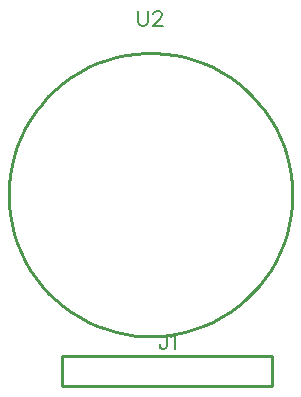
<source format=gbr>
G04 DipTrace 3.3.1.3*
G04 TopSilk.gbr*
%MOMM*%
G04 #@! TF.FileFunction,Legend,Top*
G04 #@! TF.Part,Single*
%ADD10C,0.25*%
%ADD33C,0.19608*%
%FSLAX35Y35*%
G04*
G71*
G90*
G75*
G01*
G04 TopSilk*
%LPD*%
X454077Y260333D2*
D10*
Y6333D1*
X2232077Y260333D2*
X454077D1*
X2232077D2*
Y6333D1*
X454077D1*
X267Y1626890D2*
X3190Y1710587D1*
X11946Y1793876D1*
X26491Y1876352D1*
X46755Y1957612D1*
X72639Y2037262D1*
X104017Y2114911D1*
X140736Y2190184D1*
X182617Y2262712D1*
X229456Y2332142D1*
X281026Y2398136D1*
X337074Y2460373D1*
X397328Y2518549D1*
X461493Y2572382D1*
X529259Y2621607D1*
X600293Y2665987D1*
X674251Y2705304D1*
X750772Y2739368D1*
X829483Y2768011D1*
X910001Y2791095D1*
X991933Y2808508D1*
X1074880Y2820163D1*
X1158439Y2826005D1*
X1242201D1*
X1325760Y2820163D1*
X1408707Y2808508D1*
X1490639Y2791095D1*
X1571157Y2768011D1*
X1649868Y2739368D1*
X1726389Y2705304D1*
X1800347Y2665987D1*
X1871381Y2621607D1*
X1939147Y2572382D1*
X2003312Y2518549D1*
X2063566Y2460373D1*
X2119614Y2398136D1*
X2171184Y2332142D1*
X2218023Y2262712D1*
X2259904Y2190184D1*
X2296623Y2114911D1*
X2328001Y2037262D1*
X2353885Y1957612D1*
X2374149Y1876352D1*
X2388694Y1793876D1*
X2397450Y1710587D1*
X2400373Y1626890D1*
X2397450Y1543193D1*
X2388694Y1459904D1*
X2374149Y1377428D1*
X2353885Y1296168D1*
X2328001Y1216518D1*
X2296623Y1138869D1*
X2259904Y1063596D1*
X2218023Y991068D1*
X2171184Y921638D1*
X2119614Y855644D1*
X2063566Y793407D1*
X2003312Y735231D1*
X1939147Y681398D1*
X1871381Y632173D1*
X1800347Y587793D1*
X1726389Y548476D1*
X1649868Y514412D1*
X1571157Y485769D1*
X1490639Y462685D1*
X1408707Y445272D1*
X1325760Y433617D1*
X1242201Y427775D1*
X1158439D1*
X1074880Y433617D1*
X991933Y445272D1*
X910001Y462685D1*
X829483Y485769D1*
X750772Y514412D1*
X674251Y548476D1*
X600293Y587793D1*
X529259Y632173D1*
X461493Y681398D1*
X397328Y735231D1*
X337074Y793407D1*
X281026Y855644D1*
X229456Y921638D1*
X182617Y991068D1*
X140736Y1063596D1*
X104017Y1138869D1*
X72639Y1216518D1*
X46755Y1296168D1*
X26491Y1377428D1*
X11946Y1459904D1*
X3190Y1543193D1*
X267Y1626890D1*
X1338630Y446320D2*
D33*
Y349174D1*
X1332594Y330924D1*
X1326417Y324887D1*
X1314344Y318710D1*
X1302130D1*
X1290057Y324887D1*
X1284021Y330924D1*
X1277844Y349174D1*
Y361247D1*
X1377846Y421893D2*
X1390060Y428070D1*
X1408310Y446180D1*
Y318710D1*
X1095639Y3182877D2*
Y3091767D1*
X1101676Y3073517D1*
X1113889Y3061444D1*
X1132139Y3055267D1*
X1144212D1*
X1162462Y3061444D1*
X1174676Y3073517D1*
X1180712Y3091767D1*
Y3182877D1*
X1226105Y3152413D2*
Y3158450D1*
X1232141Y3170663D1*
X1238178Y3176700D1*
X1250391Y3182736D1*
X1274678D1*
X1286751Y3176700D1*
X1292787Y3170663D1*
X1298964Y3158450D1*
Y3146377D1*
X1292787Y3134163D1*
X1280714Y3116054D1*
X1219928Y3055267D1*
X1305001D1*
M02*

</source>
